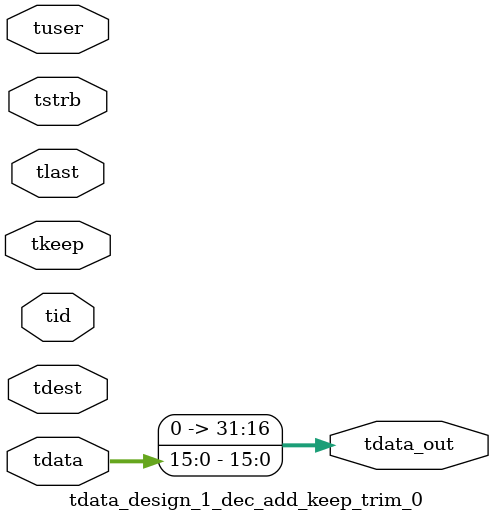
<source format=v>


`timescale 1ps/1ps

module tdata_design_1_dec_add_keep_trim_0 #
(
parameter C_S_AXIS_TDATA_WIDTH = 32,
parameter C_S_AXIS_TUSER_WIDTH = 0,
parameter C_S_AXIS_TID_WIDTH   = 0,
parameter C_S_AXIS_TDEST_WIDTH = 0,
parameter C_M_AXIS_TDATA_WIDTH = 32
)
(
input  [(C_S_AXIS_TDATA_WIDTH == 0 ? 1 : C_S_AXIS_TDATA_WIDTH)-1:0     ] tdata,
input  [(C_S_AXIS_TUSER_WIDTH == 0 ? 1 : C_S_AXIS_TUSER_WIDTH)-1:0     ] tuser,
input  [(C_S_AXIS_TID_WIDTH   == 0 ? 1 : C_S_AXIS_TID_WIDTH)-1:0       ] tid,
input  [(C_S_AXIS_TDEST_WIDTH == 0 ? 1 : C_S_AXIS_TDEST_WIDTH)-1:0     ] tdest,
input  [(C_S_AXIS_TDATA_WIDTH/8)-1:0 ] tkeep,
input  [(C_S_AXIS_TDATA_WIDTH/8)-1:0 ] tstrb,
input                                                                    tlast,
output [C_M_AXIS_TDATA_WIDTH-1:0] tdata_out
);

assign tdata_out = {tdata[15:0]};

endmodule


</source>
